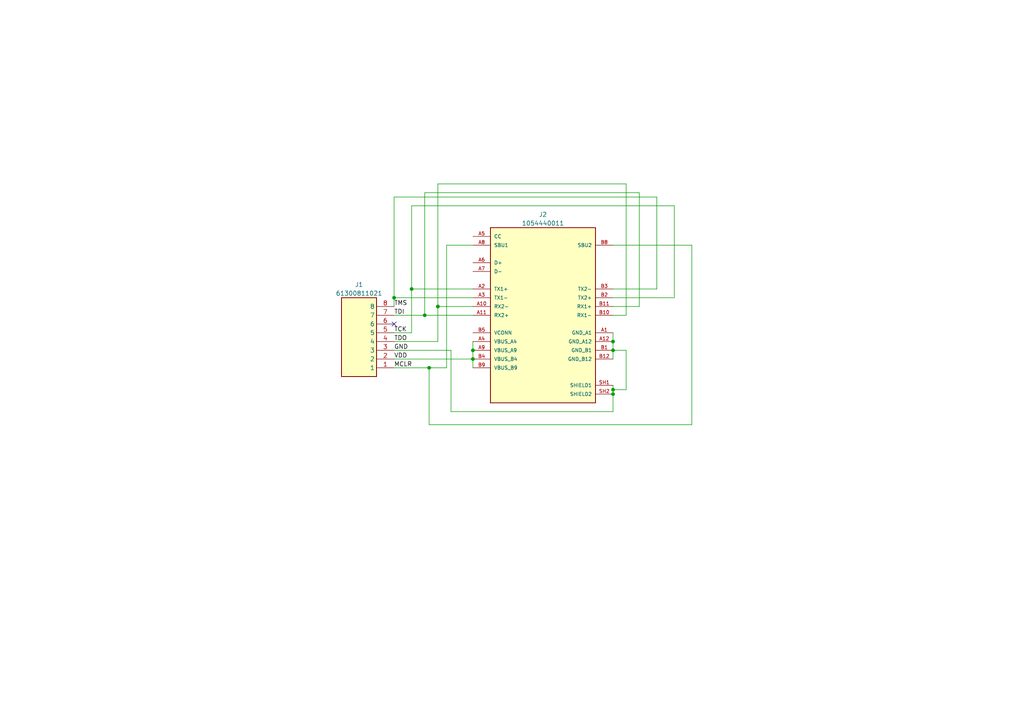
<source format=kicad_sch>
(kicad_sch (version 20230121) (generator eeschema)

  (uuid 110d3ec3-0b47-45fa-971f-25018af6208f)

  (paper "A4")

  (lib_symbols
    (symbol "1054440011:1054440011" (pin_names (offset 1.016)) (in_bom yes) (on_board yes)
      (property "Reference" "J" (at -15.24 26.162 0)
        (effects (font (size 1.27 1.27)) (justify left bottom))
      )
      (property "Value" "1054440011" (at -15.24 -27.94 0)
        (effects (font (size 1.27 1.27)) (justify left bottom))
      )
      (property "Footprint" "1054440011:MOLEX_1054440011" (at 0 0 0)
        (effects (font (size 1.27 1.27)) (justify bottom) hide)
      )
      (property "Datasheet" "" (at 0 0 0)
        (effects (font (size 1.27 1.27)) hide)
      )
      (property "MF" "Molex" (at 0 0 0)
        (effects (font (size 1.27 1.27)) (justify bottom) hide)
      )
      (property "OPTION" "MOLEX_CONFIG" (at 0 0 0)
        (effects (font (size 1.27 1.27)) (justify bottom) hide)
      )
      (property "Package" "None" (at 0 0 0)
        (effects (font (size 1.27 1.27)) (justify bottom) hide)
      )
      (property "Price" "None" (at 0 0 0)
        (effects (font (size 1.27 1.27)) (justify bottom) hide)
      )
      (property "Check_prices" "https://www.snapeda.com/parts/1054440011/Molex/view-part/?ref=eda" (at 0 0 0)
        (effects (font (size 1.27 1.27)) (justify bottom) hide)
      )
      (property "STANDARD" "Manufacturer Recommendations" (at 0 0 0)
        (effects (font (size 1.27 1.27)) (justify bottom) hide)
      )
      (property "PARTREV" "C2" (at 0 0 0)
        (effects (font (size 1.27 1.27)) (justify bottom) hide)
      )
      (property "SnapEDA_Link" "https://www.snapeda.com/parts/1054440011/Molex/view-part/?ref=snap" (at 0 0 0)
        (effects (font (size 1.27 1.27)) (justify bottom) hide)
      )
      (property "MP" "1054440011" (at 0 0 0)
        (effects (font (size 1.27 1.27)) (justify bottom) hide)
      )
      (property "Purchase-URL" "https://www.snapeda.com/api/url_track_click_mouser/?unipart_id=574534&manufacturer=Molex&part_name=1054440011&search_term=None" (at 0 0 0)
        (effects (font (size 1.27 1.27)) (justify bottom) hide)
      )
      (property "Description" "\nUniversal Serial Bus (USB) Shielded I/O Plug, Type C, Right-Angle, Surface Mount, 0.76m Gold (Au) Plating, Tape and Reel\n" (at 0 0 0)
        (effects (font (size 1.27 1.27)) (justify bottom) hide)
      )
      (property "MANUFACTURER" "Molex" (at 0 0 0)
        (effects (font (size 1.27 1.27)) (justify bottom) hide)
      )
      (property "Availability" "In Stock" (at 0 0 0)
        (effects (font (size 1.27 1.27)) (justify bottom) hide)
      )
      (property "MAXIMUM_PACKAGE_HEIGHT" "3.84mm" (at 0 0 0)
        (effects (font (size 1.27 1.27)) (justify bottom) hide)
      )
      (symbol "1054440011_0_0"
        (rectangle (start -15.24 -25.4) (end 15.24 25.4)
          (stroke (width 0.254) (type default))
          (fill (type background))
        )
        (pin power_in line (at 20.32 -5.08 180) (length 5.08)
          (name "GND_A1" (effects (font (size 1.016 1.016))))
          (number "A1" (effects (font (size 1.016 1.016))))
        )
        (pin bidirectional line (at -20.32 2.54 0) (length 5.08)
          (name "RX2-" (effects (font (size 1.016 1.016))))
          (number "A10" (effects (font (size 1.016 1.016))))
        )
        (pin bidirectional line (at -20.32 0 0) (length 5.08)
          (name "RX2+" (effects (font (size 1.016 1.016))))
          (number "A11" (effects (font (size 1.016 1.016))))
        )
        (pin power_in line (at 20.32 -7.62 180) (length 5.08)
          (name "GND_A12" (effects (font (size 1.016 1.016))))
          (number "A12" (effects (font (size 1.016 1.016))))
        )
        (pin bidirectional line (at -20.32 7.62 0) (length 5.08)
          (name "TX1+" (effects (font (size 1.016 1.016))))
          (number "A2" (effects (font (size 1.016 1.016))))
        )
        (pin bidirectional line (at -20.32 5.08 0) (length 5.08)
          (name "TX1-" (effects (font (size 1.016 1.016))))
          (number "A3" (effects (font (size 1.016 1.016))))
        )
        (pin power_in line (at -20.32 -7.62 0) (length 5.08)
          (name "VBUS_A4" (effects (font (size 1.016 1.016))))
          (number "A4" (effects (font (size 1.016 1.016))))
        )
        (pin bidirectional line (at -20.32 22.86 0) (length 5.08)
          (name "CC" (effects (font (size 1.016 1.016))))
          (number "A5" (effects (font (size 1.016 1.016))))
        )
        (pin bidirectional line (at -20.32 15.24 0) (length 5.08)
          (name "D+" (effects (font (size 1.016 1.016))))
          (number "A6" (effects (font (size 1.016 1.016))))
        )
        (pin bidirectional line (at -20.32 12.7 0) (length 5.08)
          (name "D-" (effects (font (size 1.016 1.016))))
          (number "A7" (effects (font (size 1.016 1.016))))
        )
        (pin bidirectional line (at -20.32 20.32 0) (length 5.08)
          (name "SBU1" (effects (font (size 1.016 1.016))))
          (number "A8" (effects (font (size 1.016 1.016))))
        )
        (pin power_in line (at -20.32 -10.16 0) (length 5.08)
          (name "VBUS_A9" (effects (font (size 1.016 1.016))))
          (number "A9" (effects (font (size 1.016 1.016))))
        )
        (pin power_in line (at 20.32 -10.16 180) (length 5.08)
          (name "GND_B1" (effects (font (size 1.016 1.016))))
          (number "B1" (effects (font (size 1.016 1.016))))
        )
        (pin bidirectional line (at 20.32 0 180) (length 5.08)
          (name "RX1-" (effects (font (size 1.016 1.016))))
          (number "B10" (effects (font (size 1.016 1.016))))
        )
        (pin bidirectional line (at 20.32 2.54 180) (length 5.08)
          (name "RX1+" (effects (font (size 1.016 1.016))))
          (number "B11" (effects (font (size 1.016 1.016))))
        )
        (pin power_in line (at 20.32 -12.7 180) (length 5.08)
          (name "GND_B12" (effects (font (size 1.016 1.016))))
          (number "B12" (effects (font (size 1.016 1.016))))
        )
        (pin bidirectional line (at 20.32 5.08 180) (length 5.08)
          (name "TX2+" (effects (font (size 1.016 1.016))))
          (number "B2" (effects (font (size 1.016 1.016))))
        )
        (pin bidirectional line (at 20.32 7.62 180) (length 5.08)
          (name "TX2-" (effects (font (size 1.016 1.016))))
          (number "B3" (effects (font (size 1.016 1.016))))
        )
        (pin power_in line (at -20.32 -12.7 0) (length 5.08)
          (name "VBUS_B4" (effects (font (size 1.016 1.016))))
          (number "B4" (effects (font (size 1.016 1.016))))
        )
        (pin power_in line (at -20.32 -5.08 0) (length 5.08)
          (name "VCONN" (effects (font (size 1.016 1.016))))
          (number "B5" (effects (font (size 1.016 1.016))))
        )
        (pin bidirectional line (at 20.32 20.32 180) (length 5.08)
          (name "SBU2" (effects (font (size 1.016 1.016))))
          (number "B8" (effects (font (size 1.016 1.016))))
        )
        (pin power_in line (at -20.32 -15.24 0) (length 5.08)
          (name "VBUS_B9" (effects (font (size 1.016 1.016))))
          (number "B9" (effects (font (size 1.016 1.016))))
        )
        (pin passive line (at 20.32 -20.32 180) (length 5.08)
          (name "SHIELD1" (effects (font (size 1.016 1.016))))
          (number "SH1" (effects (font (size 1.016 1.016))))
        )
        (pin passive line (at 20.32 -22.86 180) (length 5.08)
          (name "SHIELD2" (effects (font (size 1.016 1.016))))
          (number "SH2" (effects (font (size 1.016 1.016))))
        )
      )
    )
    (symbol "61300811021:61300811021" (in_bom yes) (on_board yes)
      (property "Reference" "J" (at 16.51 7.62 0)
        (effects (font (size 1.27 1.27)) (justify left top))
      )
      (property "Value" "61300811021" (at 16.51 5.08 0)
        (effects (font (size 1.27 1.27)) (justify left top))
      )
      (property "Footprint" "HDRRA8W64P0X254_1X8_2032X254X254P" (at 16.51 -94.92 0)
        (effects (font (size 1.27 1.27)) (justify left top) hide)
      )
      (property "Datasheet" "http://katalog.we-online.de/em/datasheet/6130xx11021.pdf" (at 16.51 -194.92 0)
        (effects (font (size 1.27 1.27)) (justify left top) hide)
      )
      (property "Height" "2.54" (at 16.51 -394.92 0)
        (effects (font (size 1.27 1.27)) (justify left top) hide)
      )
      (property "Mouser Part Number" "710-61300811021" (at 16.51 -494.92 0)
        (effects (font (size 1.27 1.27)) (justify left top) hide)
      )
      (property "Mouser Price/Stock" "https://www.mouser.co.uk/ProductDetail/Wurth-Elektronik/61300811021?qs=PhR8RmCirEbjOoHsfjdbkQ%3D%3D" (at 16.51 -594.92 0)
        (effects (font (size 1.27 1.27)) (justify left top) hide)
      )
      (property "Manufacturer_Name" "Wurth Elektronik" (at 16.51 -694.92 0)
        (effects (font (size 1.27 1.27)) (justify left top) hide)
      )
      (property "Manufacturer_Part_Number" "61300811021" (at 16.51 -794.92 0)
        (effects (font (size 1.27 1.27)) (justify left top) hide)
      )
      (property "ki_description" "Wurth Elektronik WR-PHD Series, Series Number 6130, 2.54mm Pitch 8 Way 1 Row Right Angle PCB Header, Solder Termination" (at 0 0 0)
        (effects (font (size 1.27 1.27)) hide)
      )
      (symbol "61300811021_1_1"
        (rectangle (start 5.08 2.54) (end 15.24 -20.32)
          (stroke (width 0.254) (type default))
          (fill (type background))
        )
        (pin passive line (at 0 0 0) (length 5.08)
          (name "1" (effects (font (size 1.27 1.27))))
          (number "1" (effects (font (size 1.27 1.27))))
        )
        (pin passive line (at 0 -2.54 0) (length 5.08)
          (name "2" (effects (font (size 1.27 1.27))))
          (number "2" (effects (font (size 1.27 1.27))))
        )
        (pin passive line (at 0 -5.08 0) (length 5.08)
          (name "3" (effects (font (size 1.27 1.27))))
          (number "3" (effects (font (size 1.27 1.27))))
        )
        (pin passive line (at 0 -7.62 0) (length 5.08)
          (name "4" (effects (font (size 1.27 1.27))))
          (number "4" (effects (font (size 1.27 1.27))))
        )
        (pin passive line (at 0 -10.16 0) (length 5.08)
          (name "5" (effects (font (size 1.27 1.27))))
          (number "5" (effects (font (size 1.27 1.27))))
        )
        (pin passive line (at 0 -12.7 0) (length 5.08)
          (name "6" (effects (font (size 1.27 1.27))))
          (number "6" (effects (font (size 1.27 1.27))))
        )
        (pin passive line (at 0 -15.24 0) (length 5.08)
          (name "7" (effects (font (size 1.27 1.27))))
          (number "7" (effects (font (size 1.27 1.27))))
        )
        (pin passive line (at 0 -17.78 0) (length 5.08)
          (name "8" (effects (font (size 1.27 1.27))))
          (number "8" (effects (font (size 1.27 1.27))))
        )
      )
    )
  )

  (junction (at 119.38 83.82) (diameter 0) (color 0 0 0 0)
    (uuid 267091ce-cde3-47c4-b3ad-0913e9eb6d28)
  )
  (junction (at 114.3 86.36) (diameter 0) (color 0 0 0 0)
    (uuid 44d7c7ea-8153-4db4-8401-4b4ea9d3da04)
  )
  (junction (at 177.8 113.03) (diameter 0) (color 0 0 0 0)
    (uuid a850ec5a-6a51-41c8-9e44-07f7ad4ab2fe)
  )
  (junction (at 137.16 104.14) (diameter 0) (color 0 0 0 0)
    (uuid b5165e95-54e3-4849-8b07-e6c86807d43f)
  )
  (junction (at 124.46 106.68) (diameter 0) (color 0 0 0 0)
    (uuid bfd4e9d6-1516-4384-b024-2a07c1447850)
  )
  (junction (at 177.8 99.06) (diameter 0) (color 0 0 0 0)
    (uuid c6f32cfa-8f44-4f3c-9e92-840a3743b032)
  )
  (junction (at 127 88.9) (diameter 0) (color 0 0 0 0)
    (uuid d455b13a-a968-460f-9fb9-2da94ae41da9)
  )
  (junction (at 177.8 114.3) (diameter 0) (color 0 0 0 0)
    (uuid d78bd3ce-658f-459f-8e61-e32e1383c234)
  )
  (junction (at 137.16 101.6) (diameter 0) (color 0 0 0 0)
    (uuid d9a73e60-59bb-4733-99d2-cd23c5807a2d)
  )
  (junction (at 177.8 101.6) (diameter 0) (color 0 0 0 0)
    (uuid e79ee050-932c-47a7-84c4-df4d14ddddf3)
  )
  (junction (at 123.19 91.44) (diameter 0) (color 0 0 0 0)
    (uuid f2403234-c05b-49e1-ad23-3db5c3c0d5e9)
  )

  (no_connect (at 114.3 93.98) (uuid 7497b107-a4a9-4665-a2b7-84854d94afe6))

  (wire (pts (xy 137.16 86.36) (xy 114.3 86.36))
    (stroke (width 0) (type default))
    (uuid 11fd2225-b67b-48b1-80d7-3ae42ce45e7e)
  )
  (wire (pts (xy 137.16 101.6) (xy 137.16 104.14))
    (stroke (width 0) (type default))
    (uuid 165e7b57-97d8-4369-a734-57f0375379ce)
  )
  (wire (pts (xy 177.8 101.6) (xy 181.61 101.6))
    (stroke (width 0) (type default))
    (uuid 1d5de0ed-3f71-4544-83e6-5a4fcd0f6501)
  )
  (wire (pts (xy 177.8 113.03) (xy 177.8 114.3))
    (stroke (width 0) (type default))
    (uuid 1fe6651f-d5eb-42ed-975f-c945f4cc9766)
  )
  (wire (pts (xy 177.8 111.76) (xy 177.8 113.03))
    (stroke (width 0) (type default))
    (uuid 21a4e6d8-879c-4c6e-9ae6-12400d5eb8c8)
  )
  (wire (pts (xy 181.61 53.34) (xy 127 53.34))
    (stroke (width 0) (type default))
    (uuid 2a1e5642-8827-42f5-8884-977cbf0bd4d4)
  )
  (wire (pts (xy 177.8 88.9) (xy 185.42 88.9))
    (stroke (width 0) (type default))
    (uuid 2ebb8282-16bb-4202-947b-aa4d34f59534)
  )
  (wire (pts (xy 177.8 101.6) (xy 177.8 104.14))
    (stroke (width 0) (type default))
    (uuid 33c01850-4d0d-4cc3-8a04-2f664b62b670)
  )
  (wire (pts (xy 114.3 106.68) (xy 124.46 106.68))
    (stroke (width 0) (type default))
    (uuid 34847fe6-83c5-4a40-8b02-ec3f52993dda)
  )
  (wire (pts (xy 127 53.34) (xy 127 88.9))
    (stroke (width 0) (type default))
    (uuid 3bc1c2d4-500e-45ab-9475-ab523c3aa23e)
  )
  (wire (pts (xy 114.3 57.15) (xy 114.3 86.36))
    (stroke (width 0) (type default))
    (uuid 3ed27c15-4d26-420f-a4e6-3f394225a741)
  )
  (wire (pts (xy 124.46 123.19) (xy 200.66 123.19))
    (stroke (width 0) (type default))
    (uuid 45e27823-eb99-44f5-bee6-5ffe41aa24eb)
  )
  (wire (pts (xy 190.5 57.15) (xy 114.3 57.15))
    (stroke (width 0) (type default))
    (uuid 48cea6c1-bdbe-40a5-bb7f-c1f48cb34acb)
  )
  (wire (pts (xy 114.3 104.14) (xy 137.16 104.14))
    (stroke (width 0) (type default))
    (uuid 4afce38a-9595-42a9-ad4a-e9eaa465f464)
  )
  (wire (pts (xy 195.58 86.36) (xy 195.58 59.69))
    (stroke (width 0) (type default))
    (uuid 4e3cc68f-3bbf-48fc-870c-4f9f512f871a)
  )
  (wire (pts (xy 195.58 59.69) (xy 119.38 59.69))
    (stroke (width 0) (type default))
    (uuid 5a98110a-3bbe-4e5c-a98b-5d5713246346)
  )
  (wire (pts (xy 185.42 55.88) (xy 123.19 55.88))
    (stroke (width 0) (type default))
    (uuid 5f8a31eb-5d36-4a76-a366-3059c0a7dc33)
  )
  (wire (pts (xy 181.61 101.6) (xy 181.61 113.03))
    (stroke (width 0) (type default))
    (uuid 66f61e32-827a-4525-b18d-2d14998072e3)
  )
  (wire (pts (xy 114.3 96.52) (xy 119.38 96.52))
    (stroke (width 0) (type default))
    (uuid 70a4479b-2fb6-4519-88a6-27f18c4607f0)
  )
  (wire (pts (xy 200.66 123.19) (xy 200.66 71.12))
    (stroke (width 0) (type default))
    (uuid 73241e8e-e245-44f7-b873-dda09acf704c)
  )
  (wire (pts (xy 200.66 71.12) (xy 177.8 71.12))
    (stroke (width 0) (type default))
    (uuid 789e4293-ff6b-43b4-8550-457286dbe9b2)
  )
  (wire (pts (xy 177.8 91.44) (xy 181.61 91.44))
    (stroke (width 0) (type default))
    (uuid 7c35abdc-23b5-469b-8d22-8ecc7fa9ce4d)
  )
  (wire (pts (xy 181.61 91.44) (xy 181.61 53.34))
    (stroke (width 0) (type default))
    (uuid 80f1cf7a-7238-423d-8634-ae162f1553eb)
  )
  (wire (pts (xy 177.8 99.06) (xy 177.8 101.6))
    (stroke (width 0) (type default))
    (uuid 91c00d5d-e7fb-4284-a422-0ac1daa7f68b)
  )
  (wire (pts (xy 114.3 91.44) (xy 123.19 91.44))
    (stroke (width 0) (type default))
    (uuid 92167093-db5d-4908-8739-94ca67e0fcf1)
  )
  (wire (pts (xy 119.38 83.82) (xy 119.38 96.52))
    (stroke (width 0) (type default))
    (uuid 9911495d-c238-4f0b-93fd-a2f06d4a8745)
  )
  (wire (pts (xy 177.8 86.36) (xy 195.58 86.36))
    (stroke (width 0) (type default))
    (uuid 9c298c3e-4136-44cd-940a-aedd5728d3f4)
  )
  (wire (pts (xy 177.8 83.82) (xy 190.5 83.82))
    (stroke (width 0) (type default))
    (uuid 9cc3dcb1-50a6-4be6-8b03-a8cc291086ca)
  )
  (wire (pts (xy 181.61 113.03) (xy 177.8 113.03))
    (stroke (width 0) (type default))
    (uuid a6193148-7789-4d6f-a6cf-d21b8c11ebab)
  )
  (wire (pts (xy 123.19 91.44) (xy 137.16 91.44))
    (stroke (width 0) (type default))
    (uuid a78bce8d-20a7-4fa0-a79e-299bd9d544dd)
  )
  (wire (pts (xy 127 99.06) (xy 114.3 99.06))
    (stroke (width 0) (type default))
    (uuid aa7d799f-2969-4fb9-a583-5415854eaf11)
  )
  (wire (pts (xy 114.3 86.36) (xy 114.3 88.9))
    (stroke (width 0) (type default))
    (uuid abe9c469-e302-475a-89fa-dbe0a9cf43b0)
  )
  (wire (pts (xy 129.54 71.12) (xy 129.54 106.68))
    (stroke (width 0) (type default))
    (uuid b1967914-4e58-4701-bd94-4f743bb3acb2)
  )
  (wire (pts (xy 137.16 104.14) (xy 137.16 106.68))
    (stroke (width 0) (type default))
    (uuid c00ad66b-8787-456a-ad3c-941f1d40f96c)
  )
  (wire (pts (xy 177.8 96.52) (xy 177.8 99.06))
    (stroke (width 0) (type default))
    (uuid c2f2dc37-d97e-4484-8a1a-f088573f6510)
  )
  (wire (pts (xy 119.38 83.82) (xy 137.16 83.82))
    (stroke (width 0) (type default))
    (uuid c5884f93-7d29-452c-9bb0-a0438494bd39)
  )
  (wire (pts (xy 137.16 99.06) (xy 137.16 101.6))
    (stroke (width 0) (type default))
    (uuid c61a898b-bc2a-4bcb-9d65-b8a8f4b346a8)
  )
  (wire (pts (xy 114.3 101.6) (xy 130.81 101.6))
    (stroke (width 0) (type default))
    (uuid c93f68a3-da7b-4ba1-a12e-852448e7477f)
  )
  (wire (pts (xy 123.19 55.88) (xy 123.19 91.44))
    (stroke (width 0) (type default))
    (uuid ca296e39-2a9e-4d21-bd31-c39e9179dff6)
  )
  (wire (pts (xy 129.54 106.68) (xy 124.46 106.68))
    (stroke (width 0) (type default))
    (uuid cb41b9db-8bc7-40f3-85ae-4688eab662dc)
  )
  (wire (pts (xy 177.8 119.38) (xy 177.8 114.3))
    (stroke (width 0) (type default))
    (uuid cc7ac4d1-d28e-4f35-96a6-c2c5dc9e344d)
  )
  (wire (pts (xy 137.16 71.12) (xy 129.54 71.12))
    (stroke (width 0) (type default))
    (uuid cd0c55a8-1b9e-4b3f-81a5-fa8162b52b66)
  )
  (wire (pts (xy 190.5 83.82) (xy 190.5 57.15))
    (stroke (width 0) (type default))
    (uuid dfab1cc3-9111-4509-9201-4ae859b36009)
  )
  (wire (pts (xy 124.46 106.68) (xy 124.46 123.19))
    (stroke (width 0) (type default))
    (uuid e52e57ba-3b34-45e6-b07d-b9e5b2973988)
  )
  (wire (pts (xy 185.42 88.9) (xy 185.42 55.88))
    (stroke (width 0) (type default))
    (uuid e77d8a17-2a6f-4b84-a09a-643179f7b466)
  )
  (wire (pts (xy 137.16 88.9) (xy 127 88.9))
    (stroke (width 0) (type default))
    (uuid e7b93add-a43e-4498-bc9b-0d5f346ffb65)
  )
  (wire (pts (xy 119.38 59.69) (xy 119.38 83.82))
    (stroke (width 0) (type default))
    (uuid e90244e9-59ee-4532-8db2-a00c7176b1be)
  )
  (wire (pts (xy 130.81 119.38) (xy 177.8 119.38))
    (stroke (width 0) (type default))
    (uuid fcb3d29c-c9c0-40de-8378-574d003410d1)
  )
  (wire (pts (xy 130.81 101.6) (xy 130.81 119.38))
    (stroke (width 0) (type default))
    (uuid fce7f8ae-5a53-4174-b57c-196b0e4199a2)
  )
  (wire (pts (xy 127 88.9) (xy 127 99.06))
    (stroke (width 0) (type default))
    (uuid ffe361b3-3b51-41ef-a3cd-d45fabe3876f)
  )

  (label "GND" (at 114.3 101.6 0) (fields_autoplaced)
    (effects (font (size 1.27 1.27)) (justify left bottom))
    (uuid 3cab9027-0356-4525-9431-94cb51838d05)
  )
  (label "MCLR" (at 114.3 106.68 0) (fields_autoplaced)
    (effects (font (size 1.27 1.27)) (justify left bottom))
    (uuid 92763f8a-26ec-4244-8d13-668a8794565e)
  )
  (label "TDI" (at 114.3 91.44 0) (fields_autoplaced)
    (effects (font (size 1.27 1.27)) (justify left bottom))
    (uuid 983e8e44-52e9-4d09-bf97-dba3a1698859)
  )
  (label "TCK" (at 114.3 96.52 0) (fields_autoplaced)
    (effects (font (size 1.27 1.27)) (justify left bottom))
    (uuid b9469fb2-b6fe-4a1c-8ba4-a0a67381f6c5)
  )
  (label "TMS" (at 114.3 88.9 0) (fields_autoplaced)
    (effects (font (size 1.27 1.27)) (justify left bottom))
    (uuid dba35203-82f1-4222-acf8-1ad6995fa62d)
  )
  (label "VDD" (at 114.3 104.14 0) (fields_autoplaced)
    (effects (font (size 1.27 1.27)) (justify left bottom))
    (uuid e0ca9796-f908-437e-962b-03d9fb073f86)
  )
  (label "TDO" (at 114.3 99.06 0) (fields_autoplaced)
    (effects (font (size 1.27 1.27)) (justify left bottom))
    (uuid fd4350d3-ae81-4588-8cce-134e7bf5ae1f)
  )

  (symbol (lib_id "61300811021:61300811021") (at 114.3 106.68 180) (unit 1)
    (in_bom yes) (on_board yes) (dnp no) (fields_autoplaced)
    (uuid ccfc23ff-3e11-4bbb-9e7a-ae5260e9f33e)
    (property "Reference" "J1" (at 104.14 82.55 0)
      (effects (font (size 1.27 1.27)))
    )
    (property "Value" "61300811021" (at 104.14 85.09 0)
      (effects (font (size 1.27 1.27)))
    )
    (property "Footprint" "HDRRA8W64P0X254_1X8_2032X254X254P" (at 97.79 11.76 0)
      (effects (font (size 1.27 1.27)) (justify left top) hide)
    )
    (property "Datasheet" "http://katalog.we-online.de/em/datasheet/6130xx11021.pdf" (at 97.79 -88.24 0)
      (effects (font (size 1.27 1.27)) (justify left top) hide)
    )
    (property "Height" "2.54" (at 97.79 -288.24 0)
      (effects (font (size 1.27 1.27)) (justify left top) hide)
    )
    (property "Mouser Part Number" "710-61300811021" (at 97.79 -388.24 0)
      (effects (font (size 1.27 1.27)) (justify left top) hide)
    )
    (property "Mouser Price/Stock" "https://www.mouser.co.uk/ProductDetail/Wurth-Elektronik/61300811021?qs=PhR8RmCirEbjOoHsfjdbkQ%3D%3D" (at 97.79 -488.24 0)
      (effects (font (size 1.27 1.27)) (justify left top) hide)
    )
    (property "Manufacturer_Name" "Wurth Elektronik" (at 97.79 -588.24 0)
      (effects (font (size 1.27 1.27)) (justify left top) hide)
    )
    (property "Manufacturer_Part_Number" "61300811021" (at 97.79 -688.24 0)
      (effects (font (size 1.27 1.27)) (justify left top) hide)
    )
    (pin "1" (uuid f12f660b-64ad-4d72-afc4-f2fe1da715e0))
    (pin "2" (uuid f4af3466-a6b6-4efa-a1b6-6ef9a08fde8b))
    (pin "3" (uuid 2ffe5260-c60d-4c6e-9547-edc6fe2f2c08))
    (pin "4" (uuid 1083c85e-42be-4866-8370-73e3feac056b))
    (pin "5" (uuid ec90553a-1253-48ce-a294-b3540010ae7a))
    (pin "6" (uuid e9476c64-3227-4a40-8dd6-4f771ea6d517))
    (pin "7" (uuid 2b9d53e0-d9f7-44c5-ac4e-e0833f71afce))
    (pin "8" (uuid 3f2a4f27-873e-4112-b001-f6c730e91035))
    (instances
      (project "GSM Adapter - Plug"
        (path "/110d3ec3-0b47-45fa-971f-25018af6208f"
          (reference "J1") (unit 1)
        )
      )
    )
  )

  (symbol (lib_id "1054440011:1054440011") (at 157.48 91.44 0) (unit 1)
    (in_bom yes) (on_board yes) (dnp no) (fields_autoplaced)
    (uuid ed766972-b5a7-4580-83af-3030ffb40bfa)
    (property "Reference" "J2" (at 157.48 62.23 0)
      (effects (font (size 1.27 1.27)))
    )
    (property "Value" "1054440011" (at 157.48 64.77 0)
      (effects (font (size 1.27 1.27)))
    )
    (property "Footprint" "1054440011:MOLEX_1054440011" (at 157.48 91.44 0)
      (effects (font (size 1.27 1.27)) (justify bottom) hide)
    )
    (property "Datasheet" "" (at 157.48 91.44 0)
      (effects (font (size 1.27 1.27)) hide)
    )
    (property "MF" "Molex" (at 157.48 91.44 0)
      (effects (font (size 1.27 1.27)) (justify bottom) hide)
    )
    (property "OPTION" "MOLEX_CONFIG" (at 157.48 91.44 0)
      (effects (font (size 1.27 1.27)) (justify bottom) hide)
    )
    (property "Package" "None" (at 157.48 91.44 0)
      (effects (font (size 1.27 1.27)) (justify bottom) hide)
    )
    (property "Price" "None" (at 157.48 91.44 0)
      (effects (font (size 1.27 1.27)) (justify bottom) hide)
    )
    (property "Check_prices" "https://www.snapeda.com/parts/1054440011/Molex/view-part/?ref=eda" (at 157.48 91.44 0)
      (effects (font (size 1.27 1.27)) (justify bottom) hide)
    )
    (property "STANDARD" "Manufacturer Recommendations" (at 157.48 91.44 0)
      (effects (font (size 1.27 1.27)) (justify bottom) hide)
    )
    (property "PARTREV" "C2" (at 157.48 91.44 0)
      (effects (font (size 1.27 1.27)) (justify bottom) hide)
    )
    (property "SnapEDA_Link" "https://www.snapeda.com/parts/1054440011/Molex/view-part/?ref=snap" (at 157.48 91.44 0)
      (effects (font (size 1.27 1.27)) (justify bottom) hide)
    )
    (property "MP" "1054440011" (at 157.48 91.44 0)
      (effects (font (size 1.27 1.27)) (justify bottom) hide)
    )
    (property "Purchase-URL" "https://www.snapeda.com/api/url_track_click_mouser/?unipart_id=574534&manufacturer=Molex&part_name=1054440011&search_term=None" (at 157.48 91.44 0)
      (effects (font (size 1.27 1.27)) (justify bottom) hide)
    )
    (property "Description" "\nUniversal Serial Bus (USB) Shielded I/O Plug, Type C, Right-Angle, Surface Mount, 0.76m Gold (Au) Plating, Tape and Reel\n" (at 157.48 91.44 0)
      (effects (font (size 1.27 1.27)) (justify bottom) hide)
    )
    (property "MANUFACTURER" "Molex" (at 157.48 91.44 0)
      (effects (font (size 1.27 1.27)) (justify bottom) hide)
    )
    (property "Availability" "In Stock" (at 157.48 91.44 0)
      (effects (font (size 1.27 1.27)) (justify bottom) hide)
    )
    (property "MAXIMUM_PACKAGE_HEIGHT" "3.84mm" (at 157.48 91.44 0)
      (effects (font (size 1.27 1.27)) (justify bottom) hide)
    )
    (pin "A1" (uuid 078e7c5a-0f65-497c-b7e3-6e942bc88849))
    (pin "A10" (uuid 4e11bfe2-fba0-41e4-a0e6-15029b7b4e71))
    (pin "A11" (uuid 403ddc39-c841-4ac2-8278-7c32cde8528e))
    (pin "A12" (uuid 010ea879-be33-495a-9558-f93b0fc331b9))
    (pin "A2" (uuid fd769c90-0ab4-4617-8b15-b1660792f422))
    (pin "A3" (uuid 6e6b6efc-b5ff-4348-b86e-83dd30b0ee6a))
    (pin "A4" (uuid 3e33e864-0bd7-46f0-b196-fd899bcf77ea))
    (pin "A5" (uuid bd6167ea-8d99-446c-926b-681990710e5d))
    (pin "A6" (uuid 12819fa0-f3ec-448a-9004-28a8ff523a99))
    (pin "A7" (uuid 2b9c3b14-685d-4fa2-b3cd-9a706ce8d004))
    (pin "A8" (uuid a01ceb29-5877-4041-a55f-bba69c289d14))
    (pin "A9" (uuid bd9fa93a-960c-4945-a0b4-286a09bba7df))
    (pin "B1" (uuid f0c7e0b1-b1fb-4237-b3c9-7c6b47c7ba25))
    (pin "B10" (uuid 6085b5e7-e03b-408d-bff2-fd7fcf6e8943))
    (pin "B11" (uuid 6deb0623-9f94-46f1-a975-1f7dfdc7b9e6))
    (pin "B12" (uuid 500ee3d8-4e7f-4d9a-b901-358a414865d2))
    (pin "B2" (uuid f93fa7b5-3db9-4ea5-af22-be94c95cc365))
    (pin "B3" (uuid dfae4ad3-c501-4a76-880e-de71d63c07c3))
    (pin "B4" (uuid 2a9571a0-786c-49a4-a6fe-ff490d7c12df))
    (pin "B5" (uuid 1ec5de42-46eb-48ec-b45f-727ba75e7cca))
    (pin "B8" (uuid 9fc435d6-0ef0-44f1-8e41-cd9c5fb3f691))
    (pin "B9" (uuid 4df454b7-c961-422f-8b67-ecc7b7e359cf))
    (pin "SH1" (uuid e91c2255-1d3d-42eb-8fbc-164194f1abfd))
    (pin "SH2" (uuid bddedf8f-fb88-4ba7-9d3a-973aad178fb0))
    (instances
      (project "GSM Adapter - Plug"
        (path "/110d3ec3-0b47-45fa-971f-25018af6208f"
          (reference "J2") (unit 1)
        )
      )
    )
  )

  (sheet_instances
    (path "/" (page "1"))
  )
)

</source>
